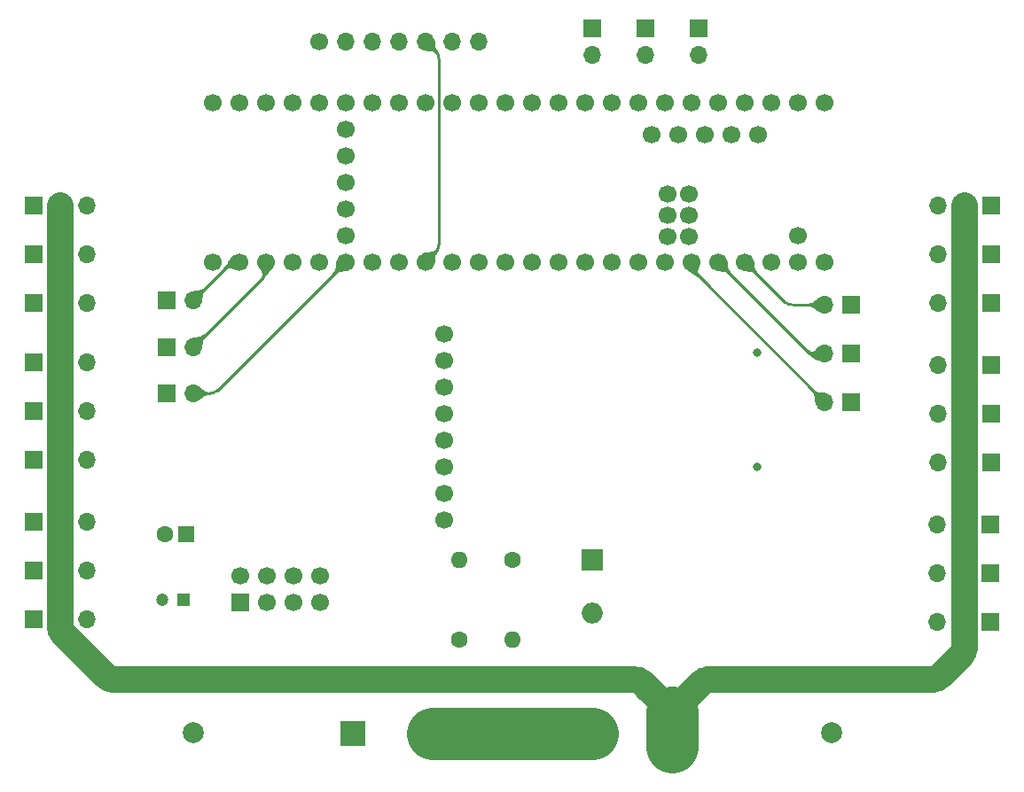
<source format=gbr>
%TF.GenerationSoftware,KiCad,Pcbnew,7.0.8*%
%TF.CreationDate,2025-02-28T20:23:41-05:00*%
%TF.ProjectId,Hexapod PCB KiCad Project,48657861-706f-4642-9050-4342204b6943,rev?*%
%TF.SameCoordinates,Original*%
%TF.FileFunction,Copper,L2,Inr*%
%TF.FilePolarity,Positive*%
%FSLAX46Y46*%
G04 Gerber Fmt 4.6, Leading zero omitted, Abs format (unit mm)*
G04 Created by KiCad (PCBNEW 7.0.8) date 2025-02-28 20:23:41*
%MOMM*%
%LPD*%
G01*
G04 APERTURE LIST*
%TA.AperFunction,ComponentPad*%
%ADD10R,1.700000X1.700000*%
%TD*%
%TA.AperFunction,ComponentPad*%
%ADD11O,1.700000X1.700000*%
%TD*%
%TA.AperFunction,ComponentPad*%
%ADD12C,1.700000*%
%TD*%
%TA.AperFunction,ComponentPad*%
%ADD13C,1.600000*%
%TD*%
%TA.AperFunction,ComponentPad*%
%ADD14O,1.600000X1.600000*%
%TD*%
%TA.AperFunction,ComponentPad*%
%ADD15R,2.000000X2.000000*%
%TD*%
%TA.AperFunction,ComponentPad*%
%ADD16C,2.000000*%
%TD*%
%TA.AperFunction,ComponentPad*%
%ADD17R,2.400000X2.400000*%
%TD*%
%TA.AperFunction,ComponentPad*%
%ADD18C,2.400000*%
%TD*%
%TA.AperFunction,ComponentPad*%
%ADD19R,1.200000X1.200000*%
%TD*%
%TA.AperFunction,ComponentPad*%
%ADD20C,1.200000*%
%TD*%
%TA.AperFunction,ComponentPad*%
%ADD21R,1.600000X1.600000*%
%TD*%
%TA.AperFunction,ComponentPad*%
%ADD22O,2.000000X2.000000*%
%TD*%
%TA.AperFunction,ViaPad*%
%ADD23C,0.800000*%
%TD*%
%TA.AperFunction,Conductor*%
%ADD24C,0.250000*%
%TD*%
%TA.AperFunction,Conductor*%
%ADD25C,2.500000*%
%TD*%
%TA.AperFunction,Conductor*%
%ADD26C,2.000000*%
%TD*%
%TA.AperFunction,Conductor*%
%ADD27C,5.000000*%
%TD*%
G04 APERTURE END LIST*
D10*
%TO.N,GND*%
%TO.C,B2*%
X151130000Y-64770000D03*
D11*
X151130000Y-67310000D03*
%TD*%
D10*
%TO.N,Teensy VIN*%
%TO.C,B4*%
X161290000Y-64770000D03*
D11*
X161290000Y-67310000D03*
%TD*%
D12*
%TO.N,+3.3V*%
%TO.C,U4*%
X137034000Y-94007000D03*
%TO.N,GND*%
X137034000Y-96547000D03*
%TO.N,Gyro SCL*%
X137034000Y-99087000D03*
%TO.N,Gyro SDA*%
X137034000Y-101627000D03*
%TO.N,unconnected-(U4-XDA-Pad5)*%
X137034000Y-104167000D03*
%TO.N,unconnected-(U4-XCL-Pad6)*%
X137034000Y-106707000D03*
%TO.N,unconnected-(U4-ADO-Pad7)*%
X137034000Y-109247000D03*
%TO.N,unconnected-(U4-INT-Pad8)*%
X137034000Y-111787000D03*
%TD*%
D13*
%TO.N,Battery Voltage Divider*%
%TO.C,R2*%
X143510000Y-115570000D03*
D14*
%TO.N,GND*%
X143510000Y-123190000D03*
%TD*%
D15*
%TO.N,+BATT*%
%TO.C,C4*%
X113030000Y-127080000D03*
D16*
%TO.N,GND*%
X113030000Y-132080000D03*
%TD*%
D17*
%TO.N,GND*%
%TO.C,T1*%
X128270000Y-132212500D03*
D18*
%TO.N,Net-(T1-Pad2)*%
X135890000Y-132212500D03*
%TD*%
D12*
%TO.N,B1*%
%TO.C,B1*%
X125095000Y-66040000D03*
D11*
%TO.N,B2*%
X127635000Y-66040000D03*
%TO.N,B3*%
X130175000Y-66040000D03*
%TO.N,B4*%
X132715000Y-66040000D03*
%TO.N,B5*%
X135255000Y-66040000D03*
%TO.N,B6*%
X137795000Y-66040000D03*
%TO.N,B7*%
X140335000Y-66040000D03*
%TD*%
D17*
%TO.N,Net-(T1-Pad2)*%
%TO.C,T2*%
X151130000Y-132212500D03*
D18*
%TO.N,+BATT*%
X158750000Y-132212500D03*
%TD*%
D19*
%TO.N,+3.3V*%
%TO.C,C2*%
X112097600Y-119380001D03*
D20*
%TO.N,GND*%
X110097600Y-119380001D03*
%TD*%
D21*
%TO.N,+3.3V*%
%TO.C,C1*%
X112395000Y-113125000D03*
D13*
%TO.N,GND*%
X110395000Y-113125000D03*
%TD*%
%TO.N,+BATT*%
%TO.C,R1*%
X138430000Y-123190000D03*
D14*
%TO.N,Battery Voltage Divider*%
X138430000Y-115570000D03*
%TD*%
D15*
%TO.N,Battery Voltage Divider*%
%TO.C,D1*%
X151130000Y-115570000D03*
D22*
%TO.N,GND*%
X151130000Y-120650000D03*
%TD*%
D10*
%TO.N,+3.3V*%
%TO.C,B3*%
X156210000Y-64765000D03*
D11*
X156210000Y-67305000D03*
%TD*%
D15*
%TO.N,+BATT*%
%TO.C,C3*%
X173990000Y-127080000D03*
D16*
%TO.N,GND*%
X173990000Y-132080000D03*
%TD*%
D10*
%TO.N,GND*%
%TO.C,U3*%
X117565000Y-119680000D03*
D12*
%TO.N,+3.3V*%
X117565000Y-117140000D03*
%TO.N,CE*%
X120105000Y-119680000D03*
%TO.N,CSN*%
X120105000Y-117140000D03*
%TO.N,SCK*%
X122645000Y-119680000D03*
%TO.N,MOSI*%
X122645000Y-117140000D03*
%TO.N,MISO*%
X125185000Y-119680000D03*
%TO.N,unconnected-(U3-IRQ-Pad8)*%
X125185000Y-117140000D03*
%TD*%
%TO.N,unconnected-(U1-RX1-Pad0)*%
%TO.C,U1*%
X170815000Y-71880000D03*
%TO.N,unconnected-(U1-TX1-Pad1)*%
X168275000Y-71880000D03*
%TO.N,Leg3 Tibia*%
X165735000Y-71880000D03*
%TO.N,Leg3 Femur*%
X163195000Y-71880000D03*
%TO.N,+3.3V*%
X137795000Y-71880000D03*
X168275000Y-87120000D03*
X127635000Y-76960000D03*
%TO.N,Leg3 Coxa*%
X160655000Y-71880000D03*
%TO.N,Leg2 Tibia*%
X158115000Y-71880000D03*
%TO.N,+5V*%
X167005000Y-74930000D03*
%TO.N,Leg2 Femur*%
X155575000Y-71880000D03*
%TO.N,Leg2 Coxa*%
X153035000Y-71880000D03*
%TO.N,Leg1 Tibia*%
X150495000Y-71880000D03*
%TO.N,Leg1 Femur*%
X147955000Y-71880000D03*
%TO.N,Leg1 Coxa*%
X145415000Y-71880000D03*
%TO.N,MOSI*%
X142875000Y-71880000D03*
%TO.N,MISO*%
X140335000Y-71880000D03*
%TO.N,SCK*%
X140335000Y-87120000D03*
%TO.N,Leg6 Femur*%
X142875000Y-87120000D03*
%TO.N,Leg6 Coxa*%
X145415000Y-87120000D03*
%TO.N,Battery Voltage Divider*%
X147955000Y-87120000D03*
%TO.N,B6*%
X150495000Y-87120000D03*
%TO.N,Gyro SDA*%
X153035000Y-87120000D03*
%TO.N,Gyro SCL*%
X155575000Y-87120000D03*
%TO.N,B7*%
X158115000Y-87120000D03*
%TO.N,FS6*%
X160655000Y-87120000D03*
%TO.N,FS5*%
X163195000Y-87120000D03*
%TO.N,FS4*%
X165735000Y-87120000D03*
%TO.N,Leg4 Tibia*%
X135255000Y-71880000D03*
%TO.N,Leg5 Femur*%
X132715000Y-71880000D03*
%TO.N,CE*%
X130175000Y-71880000D03*
%TO.N,CSN*%
X127635000Y-71880000D03*
%TO.N,Leg5 Coxa*%
X125095000Y-71880000D03*
%TO.N,Leg6 Tibia*%
X122555000Y-71880000D03*
%TO.N,B2*%
X120015000Y-71880000D03*
%TO.N,B1*%
X117475000Y-71880000D03*
%TO.N,unconnected-(U1-OUT1B-Pad32)*%
X114935000Y-71880000D03*
%TO.N,Leg4 Femur*%
X114935000Y-87120000D03*
%TO.N,FS1*%
X117475000Y-87120000D03*
%TO.N,FS2*%
X120015000Y-87120000D03*
%TO.N,Leg4 Coxa*%
X122555000Y-87120000D03*
%TO.N,Leg5 Tibia*%
X125095000Y-87120000D03*
%TO.N,FS3*%
X127635000Y-87120000D03*
%TO.N,B3*%
X130175000Y-87120000D03*
%TO.N,B4*%
X132715000Y-87120000D03*
%TO.N,B5*%
X135255000Y-87120000D03*
%TO.N,unconnected-(U1-PadD+)*%
X161925000Y-74930000D03*
%TO.N,unconnected-(U1-PadD-)*%
X164465000Y-74930000D03*
%TO.N,GND*%
X173355000Y-71880000D03*
X137795000Y-87120000D03*
X170815000Y-87120000D03*
X127635000Y-79500000D03*
X158385000Y-82670000D03*
%TO.N,unconnected-(U1-PadLED)*%
X160385000Y-82670000D03*
%TO.N,unconnected-(U1-PadON{slash}OFF)*%
X127635000Y-84580000D03*
%TO.N,unconnected-(U1-PadPROGRAM)*%
X127635000Y-82040000D03*
%TO.N,unconnected-(U1-PadR+)*%
X160385000Y-84670000D03*
%TO.N,unconnected-(U1-PadR-)*%
X158385000Y-84670000D03*
%TO.N,unconnected-(U1-PadT+)*%
X158385000Y-80670000D03*
%TO.N,unconnected-(U1-PadT-)*%
X160385000Y-80670000D03*
%TO.N,Net-(U1-USB_GND-PadUSB_GND1)*%
X159385000Y-74930000D03*
X156845000Y-74930000D03*
%TO.N,unconnected-(U1-PadVBAT)*%
X127635000Y-74420000D03*
%TO.N,Teensy VIN*%
X173355000Y-87120000D03*
%TO.N,unconnected-(U1-PadVUSB)*%
X170815000Y-84580000D03*
%TD*%
D10*
%TO.N,GND*%
%TO.C,Cox2*%
X97790000Y-96745001D03*
D11*
%TO.N,+BATT*%
X100330000Y-96745001D03*
%TO.N,Leg5 Coxa*%
X102870000Y-96745001D03*
%TD*%
D10*
%TO.N,GND*%
%TO.C,Cox6*%
X189214980Y-121490001D03*
D11*
%TO.N,+BATT*%
X186674980Y-121490001D03*
%TO.N,Leg1 Coxa*%
X184134980Y-121490001D03*
%TD*%
D10*
%TO.N,GND*%
%TO.C,Tib2*%
X97790000Y-106045001D03*
D11*
%TO.N,+BATT*%
X100330000Y-106045001D03*
%TO.N,Leg5 Tibia*%
X102870000Y-106045001D03*
%TD*%
D10*
%TO.N,GND*%
%TO.C,FS4*%
X175900000Y-91235000D03*
D11*
%TO.N,FS4*%
X173360000Y-91235000D03*
%TD*%
D10*
%TO.N,GND*%
%TO.C,Cox5*%
X189230001Y-106250000D03*
D11*
%TO.N,+BATT*%
X186690001Y-106250000D03*
%TO.N,Leg2 Coxa*%
X184150001Y-106250000D03*
%TD*%
D10*
%TO.N,GND*%
%TO.C,Tib1*%
X97790001Y-91010000D03*
D11*
%TO.N,+BATT*%
X100330001Y-91010000D03*
%TO.N,Leg6 Tibia*%
X102870001Y-91010000D03*
%TD*%
D10*
%TO.N,GND*%
%TO.C,Fem4*%
X189230000Y-86360000D03*
D11*
%TO.N,+BATT*%
X186690000Y-86360000D03*
%TO.N,Leg3 Femur*%
X184150000Y-86360000D03*
%TD*%
D10*
%TO.N,GND*%
%TO.C,Fem3*%
X97789999Y-116635000D03*
D11*
%TO.N,+BATT*%
X100329999Y-116635000D03*
%TO.N,Leg4 Femur*%
X102869999Y-116635000D03*
%TD*%
D10*
%TO.N,GND*%
%TO.C,Tib6*%
X189214997Y-112189999D03*
D11*
%TO.N,+BATT*%
X186674997Y-112189999D03*
%TO.N,Leg1 Tibia*%
X184134997Y-112189999D03*
%TD*%
D10*
%TO.N,GND*%
%TO.C,Fem5*%
X189230000Y-101600000D03*
D11*
%TO.N,+BATT*%
X186690000Y-101600000D03*
%TO.N,Leg2 Femur*%
X184150000Y-101600000D03*
%TD*%
D10*
%TO.N,GND*%
%TO.C,Cox1*%
X97790001Y-81710000D03*
D11*
%TO.N,+BATT*%
X100330001Y-81710000D03*
%TO.N,Leg6 Coxa*%
X102870001Y-81710000D03*
%TD*%
D10*
%TO.N,GND*%
%TO.C,FS2*%
X110495000Y-95250000D03*
D11*
%TO.N,FS2*%
X113035000Y-95250000D03*
%TD*%
D10*
%TO.N,GND*%
%TO.C,FS5*%
X175900001Y-95885000D03*
D11*
%TO.N,FS5*%
X173360001Y-95885000D03*
%TD*%
D10*
%TO.N,GND*%
%TO.C,Cox4*%
X189229992Y-91010010D03*
D11*
%TO.N,+BATT*%
X186689992Y-91010010D03*
%TO.N,Leg3 Coxa*%
X184149992Y-91010010D03*
%TD*%
D10*
%TO.N,GND*%
%TO.C,Fem2*%
X97790001Y-101395000D03*
D11*
%TO.N,+BATT*%
X100330001Y-101395000D03*
%TO.N,Leg5 Femur*%
X102870001Y-101395000D03*
%TD*%
D10*
%TO.N,GND*%
%TO.C,Tib5*%
X189230001Y-96950000D03*
D11*
%TO.N,+BATT*%
X186690001Y-96950000D03*
%TO.N,Leg2 Tibia*%
X184150001Y-96950000D03*
%TD*%
D10*
%TO.N,GND*%
%TO.C,Fem1*%
X97790000Y-86360000D03*
D11*
%TO.N,+BATT*%
X100330000Y-86360000D03*
%TO.N,Leg6 Femur*%
X102870000Y-86360000D03*
%TD*%
D10*
%TO.N,GND*%
%TO.C,Cox3*%
X97790000Y-111985000D03*
D11*
%TO.N,+BATT*%
X100330000Y-111985000D03*
%TO.N,Leg4 Coxa*%
X102870000Y-111985000D03*
%TD*%
D10*
%TO.N,GND*%
%TO.C,FS1*%
X110490000Y-90805000D03*
D11*
%TO.N,FS1*%
X113030000Y-90805000D03*
%TD*%
D10*
%TO.N,GND*%
%TO.C,Tib3*%
X97790000Y-121285000D03*
D11*
%TO.N,+BATT*%
X100330000Y-121285000D03*
%TO.N,Leg4 Tibia*%
X102870000Y-121285000D03*
%TD*%
D10*
%TO.N,GND*%
%TO.C,FS3*%
X110490000Y-99695000D03*
D11*
%TO.N,FS3*%
X113030000Y-99695000D03*
%TD*%
D10*
%TO.N,GND*%
%TO.C,FS6*%
X175900000Y-100535000D03*
D11*
%TO.N,FS6*%
X173360000Y-100535000D03*
%TD*%
D10*
%TO.N,GND*%
%TO.C,Fem6*%
X189215000Y-116840000D03*
D11*
%TO.N,+BATT*%
X186675000Y-116840000D03*
%TO.N,Leg1 Femur*%
X184135000Y-116840000D03*
%TD*%
D10*
%TO.N,GND*%
%TO.C,Tib4*%
X189230008Y-81710011D03*
D11*
%TO.N,+BATT*%
X186690008Y-81710011D03*
%TO.N,Leg3 Tibia*%
X184150008Y-81710011D03*
%TD*%
D23*
%TO.N,GND*%
X166944000Y-106743500D03*
X166944000Y-95821500D03*
%TD*%
D24*
%TO.N,B5*%
X136232114Y-86142900D02*
G75*
G03*
X136525000Y-85435786I-707114J707100D01*
G01*
X136524990Y-67724214D02*
G75*
G03*
X136232107Y-67017107I-999990J14D01*
G01*
%TO.N,FS3*%
X114645786Y-99694990D02*
G75*
G03*
X115352893Y-99402107I14J999990D01*
G01*
%TO.N,FS1*%
X117129214Y-87120010D02*
G75*
G03*
X116422107Y-87412893I-14J-999990D01*
G01*
%TO.N,FS4*%
X169557100Y-90942114D02*
G75*
G03*
X170264214Y-91235000I707100J707114D01*
G01*
%TO.N,FS5*%
X171667100Y-95592114D02*
G75*
G03*
X172374214Y-95885000I707100J707114D01*
G01*
%TO.N,FS2*%
X119722114Y-88562900D02*
G75*
G03*
X120015000Y-87855786I-707114J707100D01*
G01*
%TO.N,FS6*%
X160655010Y-87415786D02*
G75*
G03*
X160947893Y-88122893I999990J-14D01*
G01*
D25*
%TO.N,+BATT*%
X186412148Y-124737894D02*
G75*
G03*
X186705020Y-124030766I-707148J707094D01*
G01*
X183735786Y-126999990D02*
G75*
G03*
X184442893Y-126707107I14J999990D01*
G01*
X155867900Y-127292886D02*
G75*
G03*
X155160786Y-127000000I-707100J-707114D01*
G01*
X100329969Y-121932842D02*
G75*
G03*
X100622891Y-122639949I1000031J42D01*
G01*
X104690072Y-126707085D02*
G75*
G03*
X105397156Y-127000000I707128J707085D01*
G01*
X162339214Y-127000010D02*
G75*
G03*
X161632107Y-127292893I-14J-999990D01*
G01*
X158750000Y-130175000D02*
X161632107Y-127292893D01*
X104690050Y-126707107D02*
X100622891Y-122639949D01*
X158750000Y-130175000D02*
X155867893Y-127292893D01*
X155160786Y-127000000D02*
X105397156Y-127000000D01*
D24*
X186705020Y-121919971D02*
X186704991Y-121920000D01*
D25*
X186705020Y-124030766D02*
X186705020Y-81740023D01*
D26*
X100329999Y-81724998D02*
X100315000Y-81709999D01*
D27*
X158750000Y-133482500D02*
X158750000Y-130175000D01*
D25*
X184442893Y-126707107D02*
X186412127Y-124737873D01*
X162339214Y-127000000D02*
X183735786Y-127000000D01*
D26*
X186705020Y-81740023D02*
X186674996Y-81709999D01*
D25*
X100329998Y-121932842D02*
X100329999Y-81724998D01*
D27*
%TO.N,Net-(T1-Pad2)*%
X151130000Y-132212500D02*
X135890000Y-132212500D01*
D24*
%TO.N,FS1*%
X113030000Y-90805000D02*
X116422107Y-87412893D01*
X117129214Y-87120000D02*
X117475000Y-87120000D01*
%TO.N,FS2*%
X113035000Y-95250000D02*
X119722107Y-88562893D01*
X120015000Y-87855786D02*
X120015000Y-87120000D01*
%TO.N,FS3*%
X115352893Y-99402107D02*
X127635000Y-87120000D01*
X113030000Y-99695000D02*
X114645786Y-99695000D01*
%TO.N,FS4*%
X173360000Y-91235000D02*
X170264214Y-91235000D01*
X169557107Y-90942107D02*
X165735000Y-87120000D01*
%TO.N,FS5*%
X172374214Y-95885000D02*
X173360001Y-95885000D01*
X163195000Y-87120000D02*
X171667107Y-95592107D01*
%TO.N,FS6*%
X173360000Y-100535000D02*
X160947893Y-88122893D01*
X160655000Y-87415786D02*
X160655000Y-87120000D01*
%TO.N,B5*%
X136525000Y-85435786D02*
X136525000Y-67724214D01*
X136232107Y-67017107D02*
X135255000Y-66040000D01*
X135255000Y-87120000D02*
X136232107Y-86142893D01*
%TD*%
%TA.AperFunction,Conductor*%
%TO.N,FS1*%
G36*
X116882242Y-86527227D02*
G01*
X116882444Y-86527424D01*
X116915836Y-86560737D01*
X117472265Y-87115860D01*
X117475702Y-87124129D01*
X117475702Y-87124153D01*
X117475010Y-87957325D01*
X117471576Y-87965595D01*
X117463300Y-87969015D01*
X117462366Y-87968977D01*
X117286975Y-87954786D01*
X117285194Y-87954502D01*
X117155063Y-87923336D01*
X117121732Y-87915354D01*
X117121056Y-87915148D01*
X116976558Y-87861366D01*
X116976184Y-87861212D01*
X116846414Y-87802397D01*
X116726977Y-87748205D01*
X116613473Y-87708336D01*
X116613472Y-87708335D01*
X116501326Y-87692410D01*
X116385963Y-87710047D01*
X116385958Y-87710049D01*
X116262807Y-87770867D01*
X116135491Y-87877611D01*
X116126950Y-87880300D01*
X116119701Y-87876918D01*
X115958566Y-87715783D01*
X115955139Y-87707510D01*
X115958355Y-87699453D01*
X116091315Y-87559478D01*
X116091323Y-87559469D01*
X116199814Y-87430817D01*
X116284086Y-87316829D01*
X116284086Y-87316828D01*
X116352196Y-87212638D01*
X116412230Y-87113339D01*
X116472264Y-87014039D01*
X116540308Y-86909949D01*
X116540453Y-86909741D01*
X116624550Y-86795990D01*
X116624742Y-86795747D01*
X116733061Y-86667299D01*
X116733236Y-86667104D01*
X116865702Y-86527651D01*
X116873883Y-86524014D01*
X116882242Y-86527227D01*
G37*
%TD.AperFunction*%
%TD*%
%TA.AperFunction,Conductor*%
%TO.N,FS1*%
G36*
X114151548Y-89522385D02*
G01*
X114312614Y-89683451D01*
X114316041Y-89691724D01*
X114313031Y-89699558D01*
X114183176Y-89843603D01*
X114088897Y-89980374D01*
X114088894Y-89980379D01*
X114028719Y-90106760D01*
X114028719Y-90106761D01*
X113993758Y-90227859D01*
X113993757Y-90227866D01*
X113975114Y-90348804D01*
X113963891Y-90474709D01*
X113951211Y-90610515D01*
X113951170Y-90610854D01*
X113928167Y-90761602D01*
X113928065Y-90762112D01*
X113916847Y-90807562D01*
X113885864Y-90933071D01*
X113885692Y-90933641D01*
X113819434Y-91118725D01*
X113813420Y-91125359D01*
X113804476Y-91125797D01*
X113803953Y-91125596D01*
X113033785Y-90807562D01*
X113027447Y-90801238D01*
X112709403Y-90031045D01*
X112709412Y-90022091D01*
X112715751Y-90015766D01*
X112716258Y-90015571D01*
X112901381Y-89949298D01*
X112901910Y-89949138D01*
X113072910Y-89906926D01*
X113073373Y-89906834D01*
X113224186Y-89883822D01*
X113224452Y-89883790D01*
X113360289Y-89871107D01*
X113486195Y-89859885D01*
X113538024Y-89851894D01*
X113607135Y-89841241D01*
X113728238Y-89806279D01*
X113854619Y-89746104D01*
X113991398Y-89651820D01*
X114135442Y-89521967D01*
X114143880Y-89518974D01*
X114151548Y-89522385D01*
G37*
%TD.AperFunction*%
%TD*%
%TA.AperFunction,Conductor*%
%TO.N,FS2*%
G36*
X114156548Y-93967385D02*
G01*
X114317614Y-94128451D01*
X114321041Y-94136724D01*
X114318031Y-94144558D01*
X114188176Y-94288603D01*
X114093897Y-94425374D01*
X114093894Y-94425379D01*
X114033719Y-94551760D01*
X114033719Y-94551761D01*
X113998758Y-94672859D01*
X113998757Y-94672866D01*
X113980114Y-94793804D01*
X113968891Y-94919709D01*
X113956211Y-95055515D01*
X113956170Y-95055854D01*
X113933167Y-95206602D01*
X113933065Y-95207112D01*
X113921847Y-95252562D01*
X113890864Y-95378071D01*
X113890692Y-95378641D01*
X113824434Y-95563725D01*
X113818420Y-95570359D01*
X113809476Y-95570797D01*
X113808953Y-95570596D01*
X113038785Y-95252562D01*
X113032447Y-95246238D01*
X112714403Y-94476045D01*
X112714412Y-94467091D01*
X112720751Y-94460766D01*
X112721258Y-94460571D01*
X112906381Y-94394298D01*
X112906910Y-94394138D01*
X113077910Y-94351926D01*
X113078373Y-94351834D01*
X113229186Y-94328822D01*
X113229452Y-94328790D01*
X113365289Y-94316107D01*
X113491195Y-94304885D01*
X113543024Y-94296894D01*
X113612135Y-94286241D01*
X113733238Y-94251279D01*
X113859619Y-94191104D01*
X113996398Y-94096820D01*
X114140442Y-93966967D01*
X114148880Y-93963974D01*
X114156548Y-93967385D01*
G37*
%TD.AperFunction*%
%TD*%
%TA.AperFunction,Conductor*%
%TO.N,FS2*%
G36*
X120021238Y-87124837D02*
G01*
X120607896Y-87712877D01*
X120611313Y-87721154D01*
X120607995Y-87729302D01*
X120486477Y-87854095D01*
X120383185Y-87966864D01*
X120299597Y-88064418D01*
X120229144Y-88151829D01*
X120165260Y-88234168D01*
X120101375Y-88316508D01*
X120030923Y-88403919D01*
X119947335Y-88501473D01*
X119844043Y-88614242D01*
X119722751Y-88738802D01*
X119714525Y-88742339D01*
X119706207Y-88739022D01*
X119706096Y-88738913D01*
X119545257Y-88578074D01*
X119541830Y-88569801D01*
X119544541Y-88562312D01*
X119635335Y-88453334D01*
X119685487Y-88346843D01*
X119695261Y-88247425D01*
X119671760Y-88151457D01*
X119671759Y-88151455D01*
X119671758Y-88151452D01*
X119622091Y-88055326D01*
X119622079Y-88055308D01*
X119553341Y-87955385D01*
X119472628Y-87848037D01*
X119387150Y-87729791D01*
X119386954Y-87729499D01*
X119303862Y-87596855D01*
X119303577Y-87596343D01*
X119235169Y-87456460D01*
X119234612Y-87447522D01*
X119240539Y-87440810D01*
X119241181Y-87440519D01*
X120008473Y-87122292D01*
X120017428Y-87122289D01*
X120021238Y-87124837D01*
G37*
%TD.AperFunction*%
%TD*%
%TA.AperFunction,Conductor*%
%TO.N,FS3*%
G36*
X126861031Y-86799397D02*
G01*
X127631215Y-87117438D01*
X127637552Y-87123761D01*
X127637562Y-87123785D01*
X127955596Y-87893953D01*
X127955587Y-87902908D01*
X127949248Y-87909233D01*
X127948725Y-87909434D01*
X127763641Y-87975692D01*
X127763071Y-87975864D01*
X127687082Y-87994622D01*
X127592112Y-88018065D01*
X127591602Y-88018167D01*
X127527495Y-88027949D01*
X127440848Y-88041170D01*
X127440515Y-88041211D01*
X127304709Y-88053891D01*
X127178804Y-88065114D01*
X127057866Y-88083757D01*
X127057859Y-88083758D01*
X126960980Y-88111726D01*
X126936760Y-88118719D01*
X126810379Y-88178894D01*
X126810376Y-88178896D01*
X126810374Y-88178897D01*
X126673603Y-88273176D01*
X126529558Y-88403031D01*
X126521119Y-88406025D01*
X126513451Y-88402614D01*
X126352385Y-88241548D01*
X126348958Y-88233275D01*
X126351967Y-88225442D01*
X126481820Y-88081398D01*
X126576104Y-87944619D01*
X126636279Y-87818238D01*
X126671241Y-87697135D01*
X126689885Y-87576192D01*
X126701107Y-87450289D01*
X126713790Y-87314452D01*
X126713822Y-87314186D01*
X126736834Y-87163373D01*
X126736926Y-87162910D01*
X126779138Y-86991910D01*
X126779298Y-86991381D01*
X126845565Y-86806273D01*
X126851579Y-86799639D01*
X126860523Y-86799202D01*
X126861031Y-86799397D01*
G37*
%TD.AperFunction*%
%TD*%
%TA.AperFunction,Conductor*%
%TO.N,FS3*%
G36*
X113365865Y-98914720D02*
G01*
X113366377Y-98914948D01*
X113544102Y-98998970D01*
X113544626Y-98999251D01*
X113695345Y-99090290D01*
X113695786Y-99090585D01*
X113818648Y-99180917D01*
X113818917Y-99181127D01*
X113923911Y-99268188D01*
X114020873Y-99349279D01*
X114073849Y-99388104D01*
X114119568Y-99421611D01*
X114119576Y-99421616D01*
X114229931Y-99482527D01*
X114361846Y-99529342D01*
X114525232Y-99559390D01*
X114525237Y-99559390D01*
X114525242Y-99559391D01*
X114681460Y-99567484D01*
X114718905Y-99569425D01*
X114726990Y-99573275D01*
X114730000Y-99581109D01*
X114730000Y-99808890D01*
X114726573Y-99817163D01*
X114718905Y-99820574D01*
X114525242Y-99830607D01*
X114525229Y-99830609D01*
X114361849Y-99860656D01*
X114361843Y-99860657D01*
X114229932Y-99907471D01*
X114119576Y-99968382D01*
X114119568Y-99968387D01*
X114055345Y-100015455D01*
X114020873Y-100040720D01*
X113923911Y-100121811D01*
X113818917Y-100208871D01*
X113818648Y-100209081D01*
X113695786Y-100299412D01*
X113695345Y-100299707D01*
X113544626Y-100390746D01*
X113544102Y-100391027D01*
X113366377Y-100475051D01*
X113357433Y-100475489D01*
X113350799Y-100469475D01*
X113350571Y-100468963D01*
X113318136Y-100390899D01*
X113030864Y-99699488D01*
X113030856Y-99690534D01*
X113030865Y-99690511D01*
X113085344Y-99559390D01*
X113350572Y-98921034D01*
X113356910Y-98914711D01*
X113365865Y-98914720D01*
G37*
%TD.AperFunction*%
%TD*%
%TA.AperFunction,Conductor*%
%TO.N,FS4*%
G36*
X173039201Y-90460524D02*
G01*
X173039428Y-90461036D01*
X173359134Y-91230511D01*
X173359143Y-91239466D01*
X173359134Y-91239489D01*
X173039428Y-92008963D01*
X173033089Y-92015288D01*
X173024134Y-92015279D01*
X173023622Y-92015051D01*
X172845895Y-91931027D01*
X172845371Y-91930746D01*
X172694652Y-91839707D01*
X172694211Y-91839412D01*
X172571350Y-91749081D01*
X172571081Y-91748871D01*
X172466087Y-91661811D01*
X172369126Y-91580720D01*
X172322791Y-91546762D01*
X172270429Y-91508387D01*
X172270421Y-91508382D01*
X172160066Y-91447471D01*
X172028155Y-91400657D01*
X172028149Y-91400656D01*
X171864769Y-91370609D01*
X171864756Y-91370607D01*
X171671095Y-91360574D01*
X171663010Y-91356724D01*
X171660000Y-91348890D01*
X171660000Y-91121109D01*
X171663427Y-91112836D01*
X171671094Y-91109425D01*
X171711305Y-91107341D01*
X171864756Y-91099391D01*
X171864760Y-91099390D01*
X171864767Y-91099390D01*
X172028153Y-91069342D01*
X172160068Y-91022527D01*
X172270422Y-90961616D01*
X172369126Y-90889279D01*
X172466087Y-90808188D01*
X172571093Y-90721117D01*
X172571350Y-90720917D01*
X172694211Y-90630585D01*
X172694644Y-90630295D01*
X172845378Y-90539246D01*
X172845887Y-90538974D01*
X173023624Y-90454946D01*
X173032566Y-90454510D01*
X173039201Y-90460524D01*
G37*
%TD.AperFunction*%
%TD*%
%TA.AperFunction,Conductor*%
%TO.N,FS4*%
G36*
X166517908Y-86799412D02*
G01*
X166524233Y-86805751D01*
X166524434Y-86806274D01*
X166590692Y-86991357D01*
X166590864Y-86991927D01*
X166633066Y-87162890D01*
X166633167Y-87163396D01*
X166656170Y-87314144D01*
X166656211Y-87314483D01*
X166668891Y-87450289D01*
X166680114Y-87576195D01*
X166698757Y-87697131D01*
X166698758Y-87697138D01*
X166719734Y-87769796D01*
X166733719Y-87818238D01*
X166793894Y-87944619D01*
X166793897Y-87944623D01*
X166888176Y-88081395D01*
X167018031Y-88225441D01*
X167021025Y-88233880D01*
X167017614Y-88241548D01*
X166856548Y-88402614D01*
X166848275Y-88406041D01*
X166840441Y-88403031D01*
X166696395Y-88273176D01*
X166559623Y-88178897D01*
X166559624Y-88178897D01*
X166559619Y-88178894D01*
X166433238Y-88118719D01*
X166384796Y-88104734D01*
X166312138Y-88083758D01*
X166312131Y-88083757D01*
X166191195Y-88065114D01*
X166065289Y-88053891D01*
X165929483Y-88041211D01*
X165929154Y-88041171D01*
X165778395Y-88018166D01*
X165777890Y-88018066D01*
X165606927Y-87975864D01*
X165606363Y-87975694D01*
X165519559Y-87944619D01*
X165421274Y-87909434D01*
X165414640Y-87903420D01*
X165414202Y-87894476D01*
X165414391Y-87893981D01*
X165732438Y-87123783D01*
X165738759Y-87117448D01*
X166508954Y-86799403D01*
X166517908Y-86799412D01*
G37*
%TD.AperFunction*%
%TD*%
%TA.AperFunction,Conductor*%
%TO.N,FS5*%
G36*
X173039181Y-95110566D02*
G01*
X173039596Y-95111459D01*
X173305662Y-95752984D01*
X173358847Y-95881219D01*
X173358851Y-95890174D01*
X173358845Y-95890190D01*
X173039209Y-96659492D01*
X173032870Y-96665817D01*
X173023915Y-96665808D01*
X173008718Y-96659492D01*
X172826900Y-96583931D01*
X172655224Y-96510584D01*
X172512114Y-96445049D01*
X172511871Y-96444931D01*
X172418109Y-96396635D01*
X172389685Y-96381993D01*
X172389356Y-96381809D01*
X172280279Y-96316166D01*
X172279909Y-96315923D01*
X172176200Y-96242300D01*
X172175879Y-96242055D01*
X172069754Y-96155121D01*
X172069529Y-96154927D01*
X171953210Y-96049327D01*
X171819057Y-95919824D01*
X171667806Y-95769530D01*
X171664353Y-95761268D01*
X171667753Y-95752985D01*
X171828805Y-95591933D01*
X171837077Y-95588507D01*
X171844444Y-95591117D01*
X171964759Y-95688654D01*
X172079082Y-95733326D01*
X172183824Y-95728089D01*
X172283579Y-95682535D01*
X172382942Y-95606255D01*
X172486509Y-95508842D01*
X172598784Y-95399975D01*
X172598964Y-95399809D01*
X172724433Y-95289163D01*
X172724854Y-95288828D01*
X172867695Y-95186220D01*
X172869136Y-95185337D01*
X173023414Y-95105548D01*
X173032337Y-95104792D01*
X173039181Y-95110566D01*
G37*
%TD.AperFunction*%
%TD*%
%TA.AperFunction,Conductor*%
%TO.N,FS5*%
G36*
X163977908Y-86799412D02*
G01*
X163984233Y-86805751D01*
X163984434Y-86806274D01*
X164050692Y-86991357D01*
X164050864Y-86991927D01*
X164093066Y-87162890D01*
X164093167Y-87163396D01*
X164116170Y-87314144D01*
X164116211Y-87314483D01*
X164128891Y-87450289D01*
X164140114Y-87576195D01*
X164158757Y-87697131D01*
X164158758Y-87697138D01*
X164179734Y-87769796D01*
X164193719Y-87818238D01*
X164253894Y-87944619D01*
X164253897Y-87944623D01*
X164348176Y-88081395D01*
X164478031Y-88225441D01*
X164481025Y-88233880D01*
X164477614Y-88241548D01*
X164316548Y-88402614D01*
X164308275Y-88406041D01*
X164300441Y-88403031D01*
X164156395Y-88273176D01*
X164019623Y-88178897D01*
X164019624Y-88178897D01*
X164019619Y-88178894D01*
X163893238Y-88118719D01*
X163844796Y-88104734D01*
X163772138Y-88083758D01*
X163772131Y-88083757D01*
X163651195Y-88065114D01*
X163525289Y-88053891D01*
X163389483Y-88041211D01*
X163389154Y-88041171D01*
X163238395Y-88018166D01*
X163237890Y-88018066D01*
X163066927Y-87975864D01*
X163066363Y-87975694D01*
X162979559Y-87944619D01*
X162881274Y-87909434D01*
X162874640Y-87903420D01*
X162874202Y-87894476D01*
X162874391Y-87893981D01*
X163192438Y-87123783D01*
X163198759Y-87117448D01*
X163968954Y-86799403D01*
X163977908Y-86799412D01*
G37*
%TD.AperFunction*%
%TD*%
%TA.AperFunction,Conductor*%
%TO.N,FS6*%
G36*
X161492404Y-87119989D02*
G01*
X161500673Y-87123423D01*
X161504093Y-87131699D01*
X161504060Y-87132561D01*
X161491042Y-87306704D01*
X161490801Y-87308348D01*
X161455029Y-87470802D01*
X161454854Y-87471426D01*
X161406046Y-87615095D01*
X161405921Y-87615428D01*
X161353125Y-87744489D01*
X161305423Y-87863302D01*
X161305419Y-87863315D01*
X161271932Y-87976237D01*
X161271930Y-87976246D01*
X161261710Y-88087794D01*
X161261711Y-88087800D01*
X161261711Y-88087801D01*
X161283813Y-88202507D01*
X161347292Y-88324876D01*
X161454244Y-88451206D01*
X161456974Y-88459735D01*
X161453587Y-88467039D01*
X161292453Y-88628173D01*
X161284180Y-88631600D01*
X161276159Y-88628418D01*
X161132863Y-88493469D01*
X161132857Y-88493463D01*
X161000313Y-88384880D01*
X161000312Y-88384880D01*
X160882017Y-88301900D01*
X160773228Y-88235992D01*
X160669191Y-88178621D01*
X160565154Y-88121249D01*
X160456530Y-88055440D01*
X160456202Y-88055226D01*
X160400396Y-88016080D01*
X160338238Y-87972478D01*
X160337913Y-87972231D01*
X160205668Y-87863894D01*
X160205375Y-87863636D01*
X160078857Y-87744489D01*
X160062724Y-87729295D01*
X160059051Y-87721130D01*
X160062228Y-87712758D01*
X160062427Y-87712552D01*
X160650860Y-87122733D01*
X160659128Y-87119297D01*
X161492404Y-87119989D01*
G37*
%TD.AperFunction*%
%TD*%
%TA.AperFunction,Conductor*%
%TO.N,FS6*%
G36*
X172254557Y-99251967D02*
G01*
X172306685Y-99298960D01*
X172398603Y-99381822D01*
X172444488Y-99413451D01*
X172535379Y-99476104D01*
X172661760Y-99536279D01*
X172769873Y-99567491D01*
X172782859Y-99571240D01*
X172782860Y-99571240D01*
X172782863Y-99571241D01*
X172843335Y-99580563D01*
X172903804Y-99589885D01*
X173029709Y-99601107D01*
X173165542Y-99613790D01*
X173165816Y-99613823D01*
X173316621Y-99636833D01*
X173317092Y-99636927D01*
X173488082Y-99679137D01*
X173488622Y-99679300D01*
X173673725Y-99745565D01*
X173680359Y-99751579D01*
X173680797Y-99760523D01*
X173680596Y-99761046D01*
X173362562Y-100531214D01*
X173356237Y-100537553D01*
X173356214Y-100537562D01*
X172586046Y-100855596D01*
X172577091Y-100855587D01*
X172570766Y-100849248D01*
X172570565Y-100848725D01*
X172504300Y-100663622D01*
X172504137Y-100663082D01*
X172461927Y-100492092D01*
X172461833Y-100491621D01*
X172438823Y-100340816D01*
X172438790Y-100340542D01*
X172426107Y-100204709D01*
X172414885Y-100078807D01*
X172396241Y-99957863D01*
X172361279Y-99836760D01*
X172301104Y-99710379D01*
X172250405Y-99636830D01*
X172206822Y-99573603D01*
X172076968Y-99429558D01*
X172073974Y-99421119D01*
X172077384Y-99413452D01*
X172238452Y-99252384D01*
X172246724Y-99248958D01*
X172254557Y-99251967D01*
G37*
%TD.AperFunction*%
%TD*%
%TA.AperFunction,Conductor*%
%TO.N,B5*%
G36*
X136037908Y-65719412D02*
G01*
X136044233Y-65725751D01*
X136044434Y-65726274D01*
X136110692Y-65911357D01*
X136110864Y-65911927D01*
X136153066Y-66082890D01*
X136153167Y-66083396D01*
X136176170Y-66234144D01*
X136176211Y-66234483D01*
X136188891Y-66370289D01*
X136200114Y-66496195D01*
X136218757Y-66617131D01*
X136218758Y-66617138D01*
X136239734Y-66689796D01*
X136253719Y-66738238D01*
X136313894Y-66864619D01*
X136313897Y-66864623D01*
X136408176Y-67001395D01*
X136538031Y-67145441D01*
X136541025Y-67153880D01*
X136537614Y-67161548D01*
X136376548Y-67322614D01*
X136368275Y-67326041D01*
X136360441Y-67323031D01*
X136216395Y-67193176D01*
X136079623Y-67098897D01*
X136079624Y-67098897D01*
X136079619Y-67098894D01*
X135953238Y-67038719D01*
X135904796Y-67024734D01*
X135832138Y-67003758D01*
X135832131Y-67003757D01*
X135711195Y-66985114D01*
X135585289Y-66973891D01*
X135449483Y-66961211D01*
X135449154Y-66961171D01*
X135298395Y-66938166D01*
X135297890Y-66938066D01*
X135126927Y-66895864D01*
X135126363Y-66895694D01*
X135039559Y-66864619D01*
X134941274Y-66829434D01*
X134934640Y-66823420D01*
X134934202Y-66814476D01*
X134934391Y-66813981D01*
X135252438Y-66043783D01*
X135258759Y-66037448D01*
X136028954Y-65719403D01*
X136037908Y-65719412D01*
G37*
%TD.AperFunction*%
%TD*%
%TA.AperFunction,Conductor*%
%TO.N,B5*%
G36*
X136376548Y-85837385D02*
G01*
X136537614Y-85998451D01*
X136541041Y-86006724D01*
X136538031Y-86014558D01*
X136408176Y-86158603D01*
X136313897Y-86295374D01*
X136313894Y-86295379D01*
X136253719Y-86421760D01*
X136253719Y-86421761D01*
X136218758Y-86542859D01*
X136218757Y-86542866D01*
X136200114Y-86663804D01*
X136188891Y-86789709D01*
X136176211Y-86925515D01*
X136176170Y-86925854D01*
X136153167Y-87076602D01*
X136153065Y-87077112D01*
X136141847Y-87122562D01*
X136110864Y-87248071D01*
X136110692Y-87248641D01*
X136044434Y-87433725D01*
X136038420Y-87440359D01*
X136029476Y-87440797D01*
X136028953Y-87440596D01*
X135258785Y-87122562D01*
X135252447Y-87116238D01*
X134934403Y-86346045D01*
X134934412Y-86337091D01*
X134940751Y-86330766D01*
X134941258Y-86330571D01*
X135126381Y-86264298D01*
X135126910Y-86264138D01*
X135297910Y-86221926D01*
X135298373Y-86221834D01*
X135449186Y-86198822D01*
X135449452Y-86198790D01*
X135585289Y-86186107D01*
X135711195Y-86174885D01*
X135763024Y-86166894D01*
X135832135Y-86156241D01*
X135953238Y-86121279D01*
X136079619Y-86061104D01*
X136216398Y-85966820D01*
X136360442Y-85836967D01*
X136368880Y-85833974D01*
X136376548Y-85837385D01*
G37*
%TD.AperFunction*%
%TD*%
%TA.AperFunction,Conductor*%
%TO.N,+BATT*%
G36*
X160339583Y-126834198D02*
G01*
X160339694Y-126834308D01*
X162090691Y-128585305D01*
X162094118Y-128593578D01*
X162090691Y-128601851D01*
X162090580Y-128601961D01*
X161746358Y-128937141D01*
X161722032Y-128960828D01*
X161340066Y-129315910D01*
X161163246Y-129474082D01*
X160964422Y-129651937D01*
X160606343Y-129961913D01*
X160277074Y-130238840D01*
X159987857Y-130475720D01*
X159749938Y-130665554D01*
X159574559Y-130801347D01*
X159474144Y-130875231D01*
X159471605Y-130876650D01*
X159463585Y-130879901D01*
X159454631Y-130879833D01*
X159450917Y-130877331D01*
X158047668Y-129474082D01*
X158044241Y-129465809D01*
X158045098Y-129461414D01*
X158048349Y-129453393D01*
X158049768Y-129450854D01*
X158123652Y-129350439D01*
X158259444Y-129175061D01*
X158449279Y-128937141D01*
X158686158Y-128647924D01*
X158963085Y-128318655D01*
X159273061Y-127960576D01*
X159609089Y-127584932D01*
X159964171Y-127202967D01*
X160323038Y-126834419D01*
X160331265Y-126830882D01*
X160339583Y-126834198D01*
G37*
%TD.AperFunction*%
%TD*%
%TA.AperFunction,Conductor*%
%TO.N,+BATT*%
G36*
X157176851Y-126834308D02*
G01*
X157176961Y-126834419D01*
X157535828Y-127202967D01*
X157890910Y-127584932D01*
X158226937Y-127960576D01*
X158536913Y-128318655D01*
X158813840Y-128647924D01*
X159050720Y-128937141D01*
X159240554Y-129175061D01*
X159376347Y-129350439D01*
X159450230Y-129450854D01*
X159451649Y-129453392D01*
X159454901Y-129461413D01*
X159454833Y-129470368D01*
X159452331Y-129474082D01*
X158750707Y-130175707D01*
X158049082Y-130877331D01*
X158040809Y-130880758D01*
X158036414Y-130879901D01*
X158033687Y-130878796D01*
X158028392Y-130876649D01*
X158025854Y-130875230D01*
X157925439Y-130801347D01*
X157750061Y-130665554D01*
X157512141Y-130475720D01*
X157222924Y-130238840D01*
X156893655Y-129961913D01*
X156535576Y-129651937D01*
X156159932Y-129315910D01*
X155777967Y-128960828D01*
X155409419Y-128601961D01*
X155405882Y-128593734D01*
X155409198Y-128585416D01*
X157160306Y-126834307D01*
X157168578Y-126830881D01*
X157176851Y-126834308D01*
G37*
%TD.AperFunction*%
%TD*%
M02*

</source>
